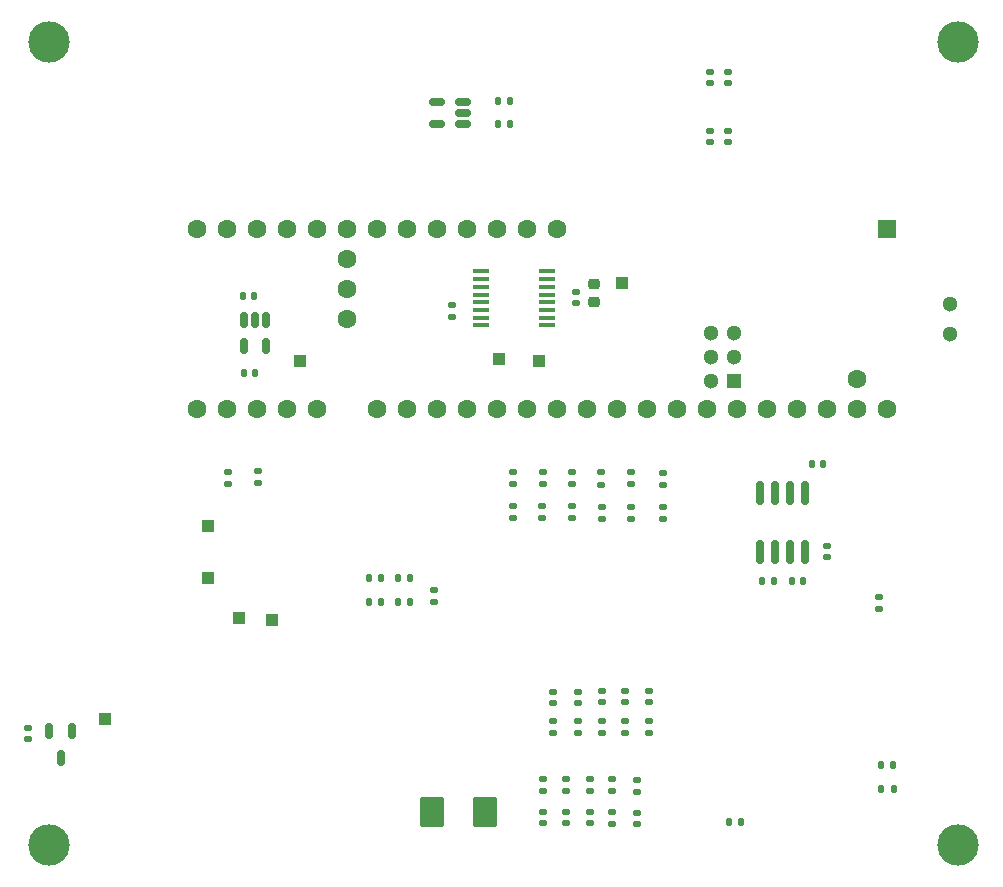
<source format=gbr>
%TF.GenerationSoftware,KiCad,Pcbnew,9.0.6*%
%TF.CreationDate,2026-02-08T19:57:16-05:00*%
%TF.ProjectId,main_board_v3,6d61696e-5f62-46f6-9172-645f76332e6b,rev?*%
%TF.SameCoordinates,Original*%
%TF.FileFunction,Soldermask,Bot*%
%TF.FilePolarity,Negative*%
%FSLAX46Y46*%
G04 Gerber Fmt 4.6, Leading zero omitted, Abs format (unit mm)*
G04 Created by KiCad (PCBNEW 9.0.6) date 2026-02-08 19:57:16*
%MOMM*%
%LPD*%
G01*
G04 APERTURE LIST*
G04 Aperture macros list*
%AMRoundRect*
0 Rectangle with rounded corners*
0 $1 Rounding radius*
0 $2 $3 $4 $5 $6 $7 $8 $9 X,Y pos of 4 corners*
0 Add a 4 corners polygon primitive as box body*
4,1,4,$2,$3,$4,$5,$6,$7,$8,$9,$2,$3,0*
0 Add four circle primitives for the rounded corners*
1,1,$1+$1,$2,$3*
1,1,$1+$1,$4,$5*
1,1,$1+$1,$6,$7*
1,1,$1+$1,$8,$9*
0 Add four rect primitives between the rounded corners*
20,1,$1+$1,$2,$3,$4,$5,0*
20,1,$1+$1,$4,$5,$6,$7,0*
20,1,$1+$1,$6,$7,$8,$9,0*
20,1,$1+$1,$8,$9,$2,$3,0*%
G04 Aperture macros list end*
%ADD10C,3.500000*%
%ADD11R,1.600000X1.600000*%
%ADD12C,1.600000*%
%ADD13R,1.300000X1.300000*%
%ADD14C,1.300000*%
%ADD15RoundRect,0.135000X0.185000X-0.135000X0.185000X0.135000X-0.185000X0.135000X-0.185000X-0.135000X0*%
%ADD16RoundRect,0.135000X-0.135000X-0.185000X0.135000X-0.185000X0.135000X0.185000X-0.135000X0.185000X0*%
%ADD17RoundRect,0.135000X0.135000X0.185000X-0.135000X0.185000X-0.135000X-0.185000X0.135000X-0.185000X0*%
%ADD18RoundRect,0.150000X-0.150000X0.512500X-0.150000X-0.512500X0.150000X-0.512500X0.150000X0.512500X0*%
%ADD19RoundRect,0.140000X0.140000X0.170000X-0.140000X0.170000X-0.140000X-0.170000X0.140000X-0.170000X0*%
%ADD20RoundRect,0.150000X-0.150000X0.825000X-0.150000X-0.825000X0.150000X-0.825000X0.150000X0.825000X0*%
%ADD21RoundRect,0.102000X-0.937000X-1.129900X0.937000X-1.129900X0.937000X1.129900X-0.937000X1.129900X0*%
%ADD22RoundRect,0.140000X-0.170000X0.140000X-0.170000X-0.140000X0.170000X-0.140000X0.170000X0.140000X0*%
%ADD23RoundRect,0.140000X0.170000X-0.140000X0.170000X0.140000X-0.170000X0.140000X-0.170000X-0.140000X0*%
%ADD24RoundRect,0.135000X-0.185000X0.135000X-0.185000X-0.135000X0.185000X-0.135000X0.185000X0.135000X0*%
%ADD25R,1.000000X1.000000*%
%ADD26RoundRect,0.140000X-0.140000X-0.170000X0.140000X-0.170000X0.140000X0.170000X-0.140000X0.170000X0*%
%ADD27RoundRect,0.225000X-0.250000X0.225000X-0.250000X-0.225000X0.250000X-0.225000X0.250000X0.225000X0*%
%ADD28RoundRect,0.150000X0.512500X0.150000X-0.512500X0.150000X-0.512500X-0.150000X0.512500X-0.150000X0*%
%ADD29R,1.473200X0.355600*%
G04 APERTURE END LIST*
D10*
%TO.C,H4*%
X132000000Y-85000000D03*
%TD*%
%TO.C,H3*%
X132000000Y-17000000D03*
%TD*%
%TO.C,H1*%
X55000000Y-17000000D03*
%TD*%
%TO.C,H2*%
X55000000Y-85000000D03*
%TD*%
D11*
%TO.C,U1*%
X126000000Y-32860000D03*
D12*
X98060000Y-32860000D03*
X95520000Y-32860000D03*
X92980000Y-32860000D03*
X90440000Y-32860000D03*
X87900000Y-32860000D03*
X85360000Y-32860000D03*
X82820000Y-32860000D03*
X80280000Y-32860000D03*
X77740000Y-32860000D03*
X75200000Y-32860000D03*
X72660000Y-32860000D03*
X70120000Y-32860000D03*
X67580000Y-32860000D03*
X67580000Y-48100000D03*
X70120000Y-48100000D03*
X72660000Y-48100000D03*
X75200000Y-48100000D03*
X77740000Y-48100000D03*
X82820000Y-48100000D03*
X85360000Y-48100000D03*
X87900000Y-48100000D03*
X90440000Y-48100000D03*
X92980000Y-48100000D03*
X95520000Y-48100000D03*
X98060000Y-48100000D03*
X100600000Y-48100000D03*
X103140000Y-48100000D03*
X105680000Y-48100000D03*
X108220000Y-48100000D03*
X110760000Y-48100000D03*
X113300000Y-48100000D03*
X115840000Y-48100000D03*
X118380000Y-48100000D03*
X120920000Y-48100000D03*
X123460000Y-48100000D03*
X126000000Y-48100000D03*
X123460000Y-45560000D03*
X80280000Y-35400000D03*
X80280000Y-37940000D03*
X80280000Y-40480000D03*
D13*
X113030000Y-45661600D03*
D14*
X113030000Y-43661600D03*
X113030000Y-41661600D03*
X111030000Y-41661600D03*
X111030000Y-43661600D03*
X111030000Y-45661600D03*
X131290000Y-41750000D03*
X131290000Y-39210000D03*
%TD*%
D15*
%TO.C,R49*%
X102700000Y-80440000D03*
X102700000Y-79420000D03*
%TD*%
%TO.C,R17*%
X107000000Y-54480000D03*
X107000000Y-53460000D03*
%TD*%
%TO.C,R65*%
X96800000Y-80420000D03*
X96800000Y-79400000D03*
%TD*%
D16*
%TO.C,R27*%
X93005000Y-23950000D03*
X94025000Y-23950000D03*
%TD*%
D17*
%TO.C,R3*%
X85610000Y-64400000D03*
X84590000Y-64400000D03*
%TD*%
D18*
%TO.C,IC1*%
X55050000Y-75362500D03*
X56950000Y-75362500D03*
X56000000Y-77637500D03*
%TD*%
D15*
%TO.C,R4*%
X94300000Y-57310000D03*
X94300000Y-56290000D03*
%TD*%
D19*
%TO.C,C3*%
X120540000Y-52761600D03*
X119580000Y-52761600D03*
%TD*%
D20*
%TO.C,U3*%
X115190000Y-55211600D03*
X116460000Y-55211600D03*
X117730000Y-55211600D03*
X119000000Y-55211600D03*
X119000000Y-60161600D03*
X117730000Y-60161600D03*
X116460000Y-60161600D03*
X115190000Y-60161600D03*
%TD*%
D21*
%TO.C,D1*%
X87486000Y-82200000D03*
X91900000Y-82200000D03*
%TD*%
D16*
%TO.C,R13*%
X125500000Y-80250000D03*
X126520000Y-80250000D03*
%TD*%
D22*
%TO.C,C45*%
X98800000Y-82150000D03*
X98800000Y-83110000D03*
%TD*%
D15*
%TO.C,R18*%
X104300000Y-54420000D03*
X104300000Y-53400000D03*
%TD*%
D23*
%TO.C,C29*%
X112500000Y-20478685D03*
X112500000Y-19518685D03*
%TD*%
D15*
%TO.C,R29*%
X101800000Y-57420000D03*
X101800000Y-56400000D03*
%TD*%
D22*
%TO.C,C12*%
X99600000Y-38120000D03*
X99600000Y-39080000D03*
%TD*%
D18*
%TO.C,IC2*%
X71500000Y-40500000D03*
X72450000Y-40500000D03*
X73400000Y-40500000D03*
X73400000Y-42775000D03*
X71500000Y-42775000D03*
%TD*%
D24*
%TO.C,R44*%
X103800000Y-74490000D03*
X103800000Y-75510000D03*
%TD*%
D16*
%TO.C,R28*%
X93005000Y-21960000D03*
X94025000Y-21960000D03*
%TD*%
D22*
%TO.C,C43*%
X102700000Y-82220000D03*
X102700000Y-83180000D03*
%TD*%
%TO.C,C42*%
X104800000Y-82260000D03*
X104800000Y-83220000D03*
%TD*%
D15*
%TO.C,R19*%
X104300000Y-57420000D03*
X104300000Y-56400000D03*
%TD*%
D25*
%TO.C,TP4*%
X96500000Y-44000000D03*
%TD*%
D23*
%TO.C,C35*%
X103800000Y-72900000D03*
X103800000Y-71940000D03*
%TD*%
D15*
%TO.C,R26*%
X101750000Y-54460000D03*
X101750000Y-53440000D03*
%TD*%
D24*
%TO.C,R41*%
X97700000Y-74490000D03*
X97700000Y-75510000D03*
%TD*%
D26*
%TO.C,C2*%
X71540000Y-45000000D03*
X72500000Y-45000000D03*
%TD*%
D27*
%TO.C,C11*%
X101200000Y-37500000D03*
X101200000Y-39050000D03*
%TD*%
D25*
%TO.C,SCL_ESP*%
X68500000Y-58000000D03*
%TD*%
%TO.C,TP5*%
X103500000Y-37400000D03*
%TD*%
D15*
%TO.C,R30*%
X99300000Y-54420000D03*
X99300000Y-53400000D03*
%TD*%
D26*
%TO.C,C51*%
X117910000Y-62626600D03*
X118870000Y-62626600D03*
%TD*%
D19*
%TO.C,C52*%
X116370000Y-62626600D03*
X115410000Y-62626600D03*
%TD*%
D17*
%TO.C,R5*%
X126510000Y-78250000D03*
X125490000Y-78250000D03*
%TD*%
D28*
%TO.C,D2*%
X90100000Y-22050000D03*
X90100000Y-23000000D03*
X90100000Y-23950000D03*
X87825000Y-23950000D03*
X87825000Y-22050000D03*
%TD*%
D25*
%TO.C,TP13*%
X59800000Y-74300000D03*
%TD*%
D22*
%TO.C,C44*%
X100800000Y-82180000D03*
X100800000Y-83140000D03*
%TD*%
D15*
%TO.C,R16*%
X107000000Y-57420000D03*
X107000000Y-56400000D03*
%TD*%
D29*
%TO.C,U2*%
X97219400Y-36425001D03*
X97219400Y-37074999D03*
X97219400Y-37725001D03*
X97219400Y-38374999D03*
X97219400Y-39024998D03*
X97219400Y-39674999D03*
X97219400Y-40324998D03*
X97219400Y-40974999D03*
X91580600Y-40974999D03*
X91580600Y-40325001D03*
X91580600Y-39674999D03*
X91580600Y-39025001D03*
X91580600Y-38375002D03*
X91580600Y-37725001D03*
X91580600Y-37075002D03*
X91580600Y-36425001D03*
%TD*%
D26*
%TO.C,C1*%
X71420000Y-38498898D03*
X72380000Y-38498898D03*
%TD*%
D15*
%TO.C,R48*%
X104800000Y-80500000D03*
X104800000Y-79480000D03*
%TD*%
D22*
%TO.C,C46*%
X96800000Y-82160000D03*
X96800000Y-83120000D03*
%TD*%
D17*
%TO.C,R7*%
X85610000Y-62400000D03*
X84590000Y-62400000D03*
%TD*%
D24*
%TO.C,R43*%
X101800000Y-74480000D03*
X101800000Y-75500000D03*
%TD*%
D17*
%TO.C,R39*%
X113610000Y-83000000D03*
X112590000Y-83000000D03*
%TD*%
D24*
%TO.C,R40*%
X87600000Y-63400000D03*
X87600000Y-64420000D03*
%TD*%
D25*
%TO.C,TX_ESP*%
X73900000Y-65900000D03*
%TD*%
D15*
%TO.C,R64*%
X98800000Y-80410000D03*
X98800000Y-79390000D03*
%TD*%
D23*
%TO.C,C34*%
X101800000Y-72900000D03*
X101800000Y-71940000D03*
%TD*%
D25*
%TO.C,TP6*%
X93111100Y-43850000D03*
%TD*%
D22*
%TO.C,C32*%
X111000000Y-24518685D03*
X111000000Y-25478685D03*
%TD*%
D25*
%TO.C,TP9*%
X76250000Y-44000000D03*
%TD*%
D15*
%TO.C,R14*%
X72730000Y-54371600D03*
X72730000Y-53351600D03*
%TD*%
D16*
%TO.C,R6*%
X82100000Y-62400000D03*
X83120000Y-62400000D03*
%TD*%
D15*
%TO.C,R2*%
X70130000Y-54381600D03*
X70130000Y-53361600D03*
%TD*%
D16*
%TO.C,R8*%
X82090000Y-64400000D03*
X83110000Y-64400000D03*
%TD*%
D24*
%TO.C,R46*%
X105800000Y-74480000D03*
X105800000Y-75500000D03*
%TD*%
D23*
%TO.C,C33*%
X99800000Y-72990000D03*
X99800000Y-72030000D03*
%TD*%
%TO.C,C41*%
X53200000Y-76030000D03*
X53200000Y-75070000D03*
%TD*%
%TO.C,C37*%
X105800000Y-72870000D03*
X105800000Y-71910000D03*
%TD*%
D25*
%TO.C,SDA_ESP*%
X68500000Y-62400000D03*
%TD*%
D15*
%TO.C,R63*%
X100800000Y-80410000D03*
X100800000Y-79390000D03*
%TD*%
%TO.C,R20*%
X125250000Y-65010000D03*
X125250000Y-63990000D03*
%TD*%
D22*
%TO.C,C24*%
X89150000Y-39300000D03*
X89150000Y-40260000D03*
%TD*%
D23*
%TO.C,C28*%
X97700000Y-72980000D03*
X97700000Y-72020000D03*
%TD*%
D22*
%TO.C,C31*%
X112500000Y-24498685D03*
X112500000Y-25458685D03*
%TD*%
D25*
%TO.C,RX_ESP*%
X71100000Y-65800000D03*
%TD*%
D22*
%TO.C,C4*%
X120845000Y-59646600D03*
X120845000Y-60606600D03*
%TD*%
D24*
%TO.C,R15*%
X94300000Y-53380000D03*
X94300000Y-54400000D03*
%TD*%
%TO.C,R42*%
X99800000Y-74480000D03*
X99800000Y-75500000D03*
%TD*%
D15*
%TO.C,R34*%
X96750000Y-57310000D03*
X96750000Y-56290000D03*
%TD*%
%TO.C,R31*%
X99300000Y-57320000D03*
X99300000Y-56300000D03*
%TD*%
D23*
%TO.C,C30*%
X111000000Y-20458685D03*
X111000000Y-19498685D03*
%TD*%
D15*
%TO.C,R32*%
X96800000Y-54420000D03*
X96800000Y-53400000D03*
%TD*%
M02*

</source>
